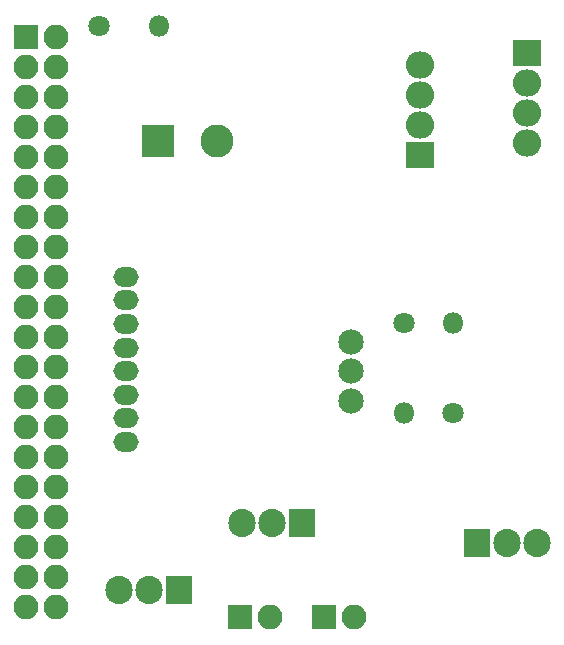
<source format=gbs>
G04 #@! TF.GenerationSoftware,KiCad,Pcbnew,(5.0.0-rc2-dev-482-gf81c77cd4)*
G04 #@! TF.CreationDate,2018-05-18T00:15:41+02:00*
G04 #@! TF.ProjectId,ha_plattform,68615F706C617474666F726D2E6B6963,rev?*
G04 #@! TF.SameCoordinates,Original*
G04 #@! TF.FileFunction,Soldermask,Bot*
G04 #@! TF.FilePolarity,Negative*
%FSLAX46Y46*%
G04 Gerber Fmt 4.6, Leading zero omitted, Abs format (unit mm)*
G04 Created by KiCad (PCBNEW (5.0.0-rc2-dev-482-gf81c77cd4)) date Fri May 18 00:15:41 2018*
%MOMM*%
%LPD*%
G01*
G04 APERTURE LIST*
%ADD10R,2.800000X2.800000*%
%ADD11C,2.800000*%
%ADD12R,2.305000X2.400000*%
%ADD13O,2.305000X2.400000*%
%ADD14O,1.800000X1.800000*%
%ADD15C,1.800000*%
%ADD16R,2.100000X2.100000*%
%ADD17O,2.100000X2.100000*%
%ADD18R,2.400000X2.305000*%
%ADD19O,2.400000X2.305000*%
%ADD20O,2.150000X1.700000*%
%ADD21C,2.150000*%
G04 APERTURE END LIST*
D10*
X33040000Y-32480000D03*
D11*
X38040000Y-32480000D03*
D12*
X34798000Y-70485000D03*
D13*
X32258000Y-70485000D03*
X29718000Y-70485000D03*
D14*
X53848000Y-55499000D03*
D15*
X53848000Y-47879000D03*
D16*
X21844000Y-23622000D03*
D17*
X24384000Y-23622000D03*
X21844000Y-26162000D03*
X24384000Y-26162000D03*
X21844000Y-28702000D03*
X24384000Y-28702000D03*
X21844000Y-31242000D03*
X24384000Y-31242000D03*
X21844000Y-33782000D03*
X24384000Y-33782000D03*
X21844000Y-36322000D03*
X24384000Y-36322000D03*
X21844000Y-38862000D03*
X24384000Y-38862000D03*
X21844000Y-41402000D03*
X24384000Y-41402000D03*
X21844000Y-43942000D03*
X24384000Y-43942000D03*
X21844000Y-46482000D03*
X24384000Y-46482000D03*
X21844000Y-49022000D03*
X24384000Y-49022000D03*
X21844000Y-51562000D03*
X24384000Y-51562000D03*
X21844000Y-54102000D03*
X24384000Y-54102000D03*
X21844000Y-56642000D03*
X24384000Y-56642000D03*
X21844000Y-59182000D03*
X24384000Y-59182000D03*
X21844000Y-61722000D03*
X24384000Y-61722000D03*
X21844000Y-64262000D03*
X24384000Y-64262000D03*
X21844000Y-66802000D03*
X24384000Y-66802000D03*
X21844000Y-69342000D03*
X24384000Y-69342000D03*
X21844000Y-71882000D03*
X24384000Y-71882000D03*
D18*
X64260000Y-25030000D03*
D19*
X64260000Y-27570000D03*
X64260000Y-30110000D03*
X64260000Y-32650000D03*
D12*
X60040000Y-66460000D03*
D13*
X62580000Y-66460000D03*
X65120000Y-66460000D03*
D20*
X30353000Y-43942000D03*
X30353000Y-45942000D03*
X30353000Y-47942000D03*
X30353000Y-49942000D03*
X30353000Y-51942000D03*
X30353000Y-53942000D03*
X30353000Y-55942000D03*
X30353000Y-57942000D03*
D21*
X49353000Y-54442000D03*
X49353000Y-51942000D03*
X49353000Y-49442000D03*
D13*
X40132000Y-64770000D03*
X42672000Y-64770000D03*
D12*
X45212000Y-64770000D03*
D18*
X55250000Y-33600000D03*
D19*
X55250000Y-31060000D03*
X55250000Y-28520000D03*
X55250000Y-25980000D03*
D16*
X47117000Y-72771000D03*
D17*
X49657000Y-72771000D03*
X42545000Y-72771000D03*
D16*
X40005000Y-72771000D03*
D15*
X28067000Y-22733000D03*
D14*
X33147000Y-22733000D03*
X58039000Y-47879000D03*
D15*
X58039000Y-55499000D03*
M02*

</source>
